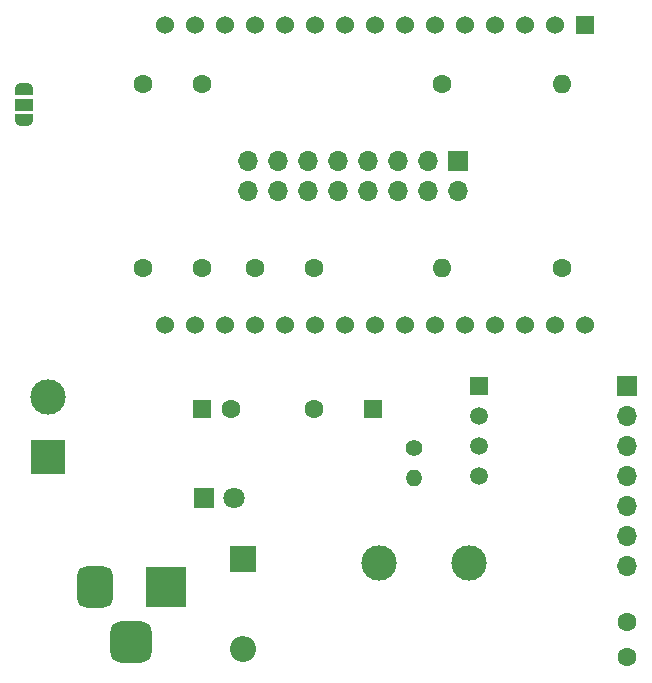
<source format=gbs>
%TF.GenerationSoftware,KiCad,Pcbnew,8.0.7-unknown-202501031821~9d36205ced~ubuntu20.04.1*%
%TF.CreationDate,2025-02-02T17:39:59-03:00*%
%TF.ProjectId,Wise-Shield-32,57697365-2d53-4686-9965-6c642d33322e,1*%
%TF.SameCoordinates,Original*%
%TF.FileFunction,Soldermask,Bot*%
%TF.FilePolarity,Negative*%
%FSLAX46Y46*%
G04 Gerber Fmt 4.6, Leading zero omitted, Abs format (unit mm)*
G04 Created by KiCad (PCBNEW 8.0.7-unknown-202501031821~9d36205ced~ubuntu20.04.1) date 2025-02-02 17:39:59*
%MOMM*%
%LPD*%
G01*
G04 APERTURE LIST*
G04 Aperture macros list*
%AMRoundRect*
0 Rectangle with rounded corners*
0 $1 Rounding radius*
0 $2 $3 $4 $5 $6 $7 $8 $9 X,Y pos of 4 corners*
0 Add a 4 corners polygon primitive as box body*
4,1,4,$2,$3,$4,$5,$6,$7,$8,$9,$2,$3,0*
0 Add four circle primitives for the rounded corners*
1,1,$1+$1,$2,$3*
1,1,$1+$1,$4,$5*
1,1,$1+$1,$6,$7*
1,1,$1+$1,$8,$9*
0 Add four rect primitives between the rounded corners*
20,1,$1+$1,$2,$3,$4,$5,0*
20,1,$1+$1,$4,$5,$6,$7,0*
20,1,$1+$1,$6,$7,$8,$9,0*
20,1,$1+$1,$8,$9,$2,$3,0*%
%AMFreePoly0*
4,1,19,0.550000,-0.750000,0.000000,-0.750000,0.000000,-0.744911,-0.071157,-0.744911,-0.207708,-0.704816,-0.327430,-0.627875,-0.420627,-0.520320,-0.479746,-0.390866,-0.500000,-0.250000,-0.500000,0.250000,-0.479746,0.390866,-0.420627,0.520320,-0.327430,0.627875,-0.207708,0.704816,-0.071157,0.744911,0.000000,0.744911,0.000000,0.750000,0.550000,0.750000,0.550000,-0.750000,0.550000,-0.750000,
$1*%
%AMFreePoly1*
4,1,19,0.000000,0.744911,0.071157,0.744911,0.207708,0.704816,0.327430,0.627875,0.420627,0.520320,0.479746,0.390866,0.500000,0.250000,0.500000,-0.250000,0.479746,-0.390866,0.420627,-0.520320,0.327430,-0.627875,0.207708,-0.704816,0.071157,-0.744911,0.000000,-0.744911,0.000000,-0.750000,-0.550000,-0.750000,-0.550000,0.750000,0.000000,0.750000,0.000000,0.744911,0.000000,0.744911,
$1*%
G04 Aperture macros list end*
%ADD10R,1.600000X1.600000*%
%ADD11C,1.600000*%
%ADD12R,3.000000X3.000000*%
%ADD13C,3.000000*%
%ADD14R,1.800000X1.800000*%
%ADD15C,1.800000*%
%ADD16R,1.524000X1.524000*%
%ADD17C,1.524000*%
%ADD18R,2.200000X2.200000*%
%ADD19O,2.200000X2.200000*%
%ADD20O,1.600000X1.600000*%
%ADD21R,1.500000X1.500000*%
%ADD22C,1.500000*%
%ADD23R,1.700000X1.700000*%
%ADD24O,1.700000X1.700000*%
%ADD25R,3.500000X3.500000*%
%ADD26RoundRect,0.750000X-0.750000X-1.000000X0.750000X-1.000000X0.750000X1.000000X-0.750000X1.000000X0*%
%ADD27RoundRect,0.875000X-0.875000X-0.875000X0.875000X-0.875000X0.875000X0.875000X-0.875000X0.875000X0*%
%ADD28C,1.400000*%
%ADD29O,1.400000X1.400000*%
%ADD30FreePoly0,270.000000*%
%ADD31R,1.500000X1.000000*%
%ADD32FreePoly1,270.000000*%
G04 APERTURE END LIST*
D10*
%TO.C,C3\u002A*%
X114500000Y-96000000D03*
D11*
X117000000Y-96000000D03*
%TD*%
D12*
%TO.C,J6\u002A*%
X101500000Y-100040000D03*
D13*
X101500000Y-94960000D03*
%TD*%
D14*
%TO.C,D1\u002A*%
X114725000Y-103500000D03*
D15*
X117265000Y-103500000D03*
%TD*%
D11*
%TO.C,C4*%
X109500000Y-68500000D03*
X114500000Y-68500000D03*
%TD*%
D13*
%TO.C,J5*%
X137120000Y-109000000D03*
X129500000Y-109000000D03*
%TD*%
D16*
%TO.C,U1*%
X147000000Y-63500000D03*
D17*
X144460000Y-63500000D03*
X141920000Y-63500000D03*
X139380000Y-63500000D03*
X136840000Y-63500000D03*
X134300000Y-63500000D03*
X131760000Y-63500000D03*
X129220000Y-63500000D03*
X126680000Y-63500000D03*
X124140000Y-63500000D03*
X121600000Y-63500000D03*
X119060000Y-63500000D03*
X116520000Y-63500000D03*
X113980000Y-63500000D03*
X111440000Y-63500000D03*
X111440000Y-88900000D03*
X113980000Y-88900000D03*
X116520000Y-88900000D03*
X119060000Y-88900000D03*
X121600000Y-88900000D03*
X124140000Y-88900000D03*
X126680000Y-88900000D03*
X129220000Y-88900000D03*
X131760000Y-88900000D03*
X134300000Y-88900000D03*
X136840000Y-88900000D03*
X139380000Y-88900000D03*
X141920000Y-88900000D03*
X144460000Y-88900000D03*
X147000000Y-88900000D03*
%TD*%
D11*
%TO.C,R1\u002A*%
X150500000Y-117000000D03*
X150500000Y-114000000D03*
%TD*%
%TO.C,C2*%
X109500000Y-84000000D03*
X114500000Y-84000000D03*
%TD*%
D10*
%TO.C,C5*%
X129000000Y-96000000D03*
D11*
X124000000Y-96000000D03*
%TD*%
D18*
%TO.C,D2*%
X118000000Y-108690000D03*
D19*
X118000000Y-116310000D03*
%TD*%
D11*
%TO.C,R2*%
X134840000Y-68500000D03*
D20*
X145000000Y-68500000D03*
%TD*%
D21*
%TO.C,U2\u002A*%
X138000000Y-94000000D03*
D22*
X138000000Y-96540000D03*
X138000000Y-99080000D03*
X138000000Y-101620000D03*
%TD*%
D23*
%TO.C,J4\u002A*%
X150500000Y-94000000D03*
D24*
X150500000Y-96540000D03*
X150500000Y-99080000D03*
X150500000Y-101620000D03*
X150500000Y-104160000D03*
X150500000Y-106700000D03*
X150500000Y-109240000D03*
%TD*%
D25*
%TO.C,J3*%
X111500000Y-111042500D03*
D26*
X105500000Y-111042500D03*
D27*
X108500000Y-115742500D03*
%TD*%
D11*
%TO.C,R3*%
X145000000Y-84000000D03*
D20*
X134840000Y-84000000D03*
%TD*%
D11*
%TO.C,C1*%
X119000000Y-84000000D03*
X124000000Y-84000000D03*
%TD*%
D28*
%TO.C,R4\u002A*%
X132500000Y-99280000D03*
D29*
X132500000Y-101820000D03*
%TD*%
D24*
%TO.C,J1*%
X126080000Y-74960000D03*
X126080000Y-77500000D03*
X133700000Y-74960000D03*
X128620000Y-74960000D03*
X123540000Y-74960000D03*
X121000000Y-74960000D03*
X123540000Y-77500000D03*
X128620000Y-77500000D03*
X118460000Y-77500000D03*
X136240000Y-77500000D03*
X131160000Y-77500000D03*
X133700000Y-77500000D03*
X121000000Y-77500000D03*
X118460000Y-74960000D03*
D23*
X136240000Y-74960000D03*
D24*
X131160000Y-74960000D03*
%TD*%
D30*
%TO.C,JP1*%
X99500000Y-68900000D03*
D31*
X99500000Y-70200000D03*
D32*
X99500000Y-71500000D03*
%TD*%
M02*

</source>
